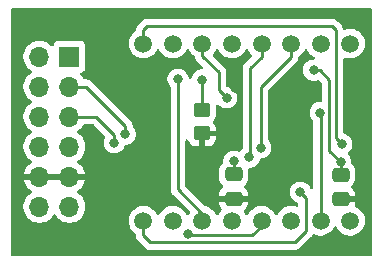
<source format=gbr>
%TF.GenerationSoftware,KiCad,Pcbnew,9.0.2*%
%TF.CreationDate,2025-07-21T05:45:18-04:00*%
%TF.ProjectId,lb-80,6c622d38-302e-46b6-9963-61645f706362,rev?*%
%TF.SameCoordinates,Original*%
%TF.FileFunction,Copper,L2,Bot*%
%TF.FilePolarity,Positive*%
%FSLAX46Y46*%
G04 Gerber Fmt 4.6, Leading zero omitted, Abs format (unit mm)*
G04 Created by KiCad (PCBNEW 9.0.2) date 2025-07-21 05:45:18*
%MOMM*%
%LPD*%
G01*
G04 APERTURE LIST*
G04 Aperture macros list*
%AMRoundRect*
0 Rectangle with rounded corners*
0 $1 Rounding radius*
0 $2 $3 $4 $5 $6 $7 $8 $9 X,Y pos of 4 corners*
0 Add a 4 corners polygon primitive as box body*
4,1,4,$2,$3,$4,$5,$6,$7,$8,$9,$2,$3,0*
0 Add four circle primitives for the rounded corners*
1,1,$1+$1,$2,$3*
1,1,$1+$1,$4,$5*
1,1,$1+$1,$6,$7*
1,1,$1+$1,$8,$9*
0 Add four rect primitives between the rounded corners*
20,1,$1+$1,$2,$3,$4,$5,0*
20,1,$1+$1,$4,$5,$6,$7,0*
20,1,$1+$1,$6,$7,$8,$9,0*
20,1,$1+$1,$8,$9,$2,$3,0*%
G04 Aperture macros list end*
%TA.AperFunction,ComponentPad*%
%ADD10C,1.500000*%
%TD*%
%TA.AperFunction,ComponentPad*%
%ADD11R,1.700000X1.700000*%
%TD*%
%TA.AperFunction,ComponentPad*%
%ADD12O,1.700000X1.700000*%
%TD*%
%TA.AperFunction,SMDPad,CuDef*%
%ADD13RoundRect,0.250000X-0.475000X0.337500X-0.475000X-0.337500X0.475000X-0.337500X0.475000X0.337500X0*%
%TD*%
%TA.AperFunction,SMDPad,CuDef*%
%ADD14RoundRect,0.250000X-0.450000X0.350000X-0.450000X-0.350000X0.450000X-0.350000X0.450000X0.350000X0*%
%TD*%
%TA.AperFunction,ViaPad*%
%ADD15C,0.800000*%
%TD*%
%TA.AperFunction,Conductor*%
%ADD16C,0.250000*%
%TD*%
G04 APERTURE END LIST*
D10*
%TO.P,LED1,1,R5*%
%TO.N,R5*%
X146704400Y-103916800D03*
%TO.P,LED1,2,R7*%
%TO.N,R7*%
X144204400Y-103916800D03*
%TO.P,LED1,3,C2*%
%TO.N,C2*%
X141704400Y-103916800D03*
%TO.P,LED1,4,C3*%
%TO.N,C3*%
X139204400Y-103916800D03*
%TO.P,LED1,5,R8*%
%TO.N,R8*%
X136704400Y-103916800D03*
%TO.P,LED1,6,C5*%
%TO.N,C5*%
X134204400Y-103916800D03*
%TO.P,LED1,7,R6*%
%TO.N,R6*%
X131704400Y-103916800D03*
%TO.P,LED1,8,R3*%
%TO.N,R3*%
X129204400Y-103916800D03*
%TO.P,LED1,9,R1*%
%TO.N,R1*%
X129204400Y-118916800D03*
%TO.P,LED1,10,C4*%
%TO.N,C4*%
X131704400Y-118916800D03*
%TO.P,LED1,11,C6*%
%TO.N,C6*%
X134204400Y-118916800D03*
%TO.P,LED1,12,R4*%
%TO.N,R4*%
X136704400Y-118916800D03*
%TO.P,LED1,13,C1*%
%TO.N,C1*%
X139204400Y-118916800D03*
%TO.P,LED1,14,R2*%
%TO.N,R2*%
X141704400Y-118916800D03*
%TO.P,LED1,15,C7*%
%TO.N,C7*%
X144204400Y-118916800D03*
%TO.P,LED1,16,C8*%
%TO.N,C8*%
X146704400Y-118916800D03*
%TD*%
D11*
%TO.P,J1,1,Pin_1*%
%TO.N,PMOD_IO1_A8*%
X122936000Y-105029000D03*
D12*
%TO.P,J1,2,Pin_2*%
%TO.N,PMOD_IO5_A9*%
X120396000Y-105029000D03*
%TO.P,J1,3,Pin_3*%
%TO.N,PMOD_IO2_A10*%
X122936000Y-107569000D03*
%TO.P,J1,4,Pin_4*%
%TO.N,PMOD_IO6_A13*%
X120396000Y-107569000D03*
%TO.P,J1,5,Pin_5*%
%TO.N,PMOD_IO3_A11*%
X122936000Y-110109000D03*
%TO.P,J1,6,Pin_6*%
%TO.N,PMOD_IO7_A14*%
X120396000Y-110109000D03*
%TO.P,J1,7,Pin_7*%
%TO.N,PMOD_IO4_A12*%
X122936000Y-112649000D03*
%TO.P,J1,8,Pin_8*%
%TO.N,PMOD_IO8_A15*%
X120396000Y-112649000D03*
%TO.P,J1,9,Pin_9*%
%TO.N,GND*%
X122936000Y-115189000D03*
%TO.P,J1,10,Pin_10*%
X120396000Y-115189000D03*
%TO.P,J1,11,Pin_11*%
%TO.N,+3V3*%
X122936000Y-117729000D03*
%TO.P,J1,12,Pin_12*%
X120396000Y-117729000D03*
%TD*%
D13*
%TO.P,C1,1*%
%TO.N,+3V3*%
X136855200Y-114968200D03*
%TO.P,C1,2*%
%TO.N,GND*%
X136855200Y-117043200D03*
%TD*%
%TO.P,C2,1*%
%TO.N,+3V3*%
X145897600Y-115011200D03*
%TO.P,C2,2*%
%TO.N,GND*%
X145897600Y-117086200D03*
%TD*%
D14*
%TO.P,R1,1*%
%TO.N,Net-(U1-A)*%
X134162800Y-109524800D03*
%TO.P,R1,2*%
%TO.N,GND*%
X134162800Y-111524800D03*
%TD*%
D15*
%TO.N,PMOD_IO2_A10*%
X127660400Y-111580000D03*
%TO.N,PMOD_IO3_A11*%
X126746000Y-112305000D03*
%TO.N,GND*%
X133146800Y-106250000D03*
X136956800Y-107645200D03*
%TO.N,C2*%
X139141200Y-112731800D03*
%TO.N,C3*%
X138176000Y-113538000D03*
%TO.N,C5*%
X136250000Y-108500000D03*
%TO.N,R3*%
X145979400Y-112420400D03*
%TO.N,R1*%
X142500000Y-116500000D03*
%TO.N,C6*%
X132130800Y-106934000D03*
%TO.N,C1*%
X133000000Y-120026600D03*
%TO.N,C7*%
X144177091Y-109758315D03*
%TO.N,+3V3*%
X145897600Y-113944400D03*
X136855200Y-113893600D03*
X143608200Y-106169336D03*
%TO.N,Net-(U1-A)*%
X134162800Y-106984800D03*
%TD*%
D16*
%TO.N,PMOD_IO2_A10*%
X127660400Y-111580000D02*
X127660400Y-110896400D01*
X124333000Y-107569000D02*
X122936000Y-107569000D01*
X127660400Y-110896400D02*
X124333000Y-107569000D01*
%TO.N,PMOD_IO3_A11*%
X125222000Y-110109000D02*
X122936000Y-110109000D01*
X126746000Y-111633000D02*
X125222000Y-110109000D01*
X126746000Y-112305000D02*
X126746000Y-111633000D01*
%TO.N,C2*%
X139141200Y-107608800D02*
X141658000Y-105092000D01*
X141658000Y-105092000D02*
X141658000Y-103963200D01*
X139141200Y-112731800D02*
X139141200Y-107608800D01*
X141658000Y-103963200D02*
X141704400Y-103916800D01*
%TO.N,C3*%
X138226800Y-106023200D02*
X139204400Y-105045600D01*
X139204400Y-105045600D02*
X139204400Y-103916800D01*
X138176000Y-113538000D02*
X138226800Y-113487200D01*
X138226800Y-113487200D02*
X138226800Y-106023200D01*
%TO.N,C5*%
X134204400Y-104954400D02*
X134204400Y-103916800D01*
X135604799Y-107854799D02*
X135604799Y-106354799D01*
X135604799Y-106354799D02*
X134204400Y-104954400D01*
X136250000Y-108500000D02*
X135604799Y-107854799D01*
%TO.N,R3*%
X145500000Y-102777200D02*
X145186400Y-102463600D01*
X145186400Y-102463600D02*
X129489200Y-102463600D01*
X145979400Y-112420400D02*
X145500000Y-111941000D01*
X129489200Y-102463600D02*
X129204400Y-102748400D01*
X129204400Y-102748400D02*
X129204400Y-103916800D01*
X145500000Y-111941000D02*
X145500000Y-102777200D01*
%TO.N,R1*%
X129794000Y-120751600D02*
X129204400Y-120162000D01*
X129204400Y-120162000D02*
X129204400Y-118916800D01*
X142500000Y-116500000D02*
X142960281Y-116960281D01*
X142960281Y-116960281D02*
X142960281Y-119789719D01*
X141998400Y-120751600D02*
X129794000Y-120751600D01*
X142960281Y-119789719D02*
X141998400Y-120751600D01*
%TO.N,C6*%
X134204400Y-118329400D02*
X134204400Y-118916800D01*
X132130800Y-106934000D02*
X132130800Y-116255800D01*
X132130800Y-116255800D02*
X134204400Y-118329400D01*
%TO.N,C1*%
X133115400Y-120142000D02*
X138430000Y-120142000D01*
X138430000Y-120142000D02*
X139204400Y-119367600D01*
X139204400Y-119367600D02*
X139204400Y-118916800D01*
X133000000Y-120026600D02*
X133115400Y-120142000D01*
%TO.N,C7*%
X144204400Y-109785624D02*
X144177091Y-109758315D01*
X144204400Y-118916800D02*
X144204400Y-109785624D01*
%TO.N,+3V3*%
X145897600Y-115011200D02*
X145897600Y-113944400D01*
X136855200Y-114968200D02*
X136855200Y-113893600D01*
X144932400Y-112979200D02*
X145897600Y-113944400D01*
X144142336Y-106169336D02*
X144932400Y-106959400D01*
X144932400Y-106959400D02*
X144932400Y-112979200D01*
X143608200Y-106169336D02*
X144142336Y-106169336D01*
%TO.N,Net-(U1-A)*%
X134162800Y-109524800D02*
X134162800Y-106984800D01*
%TD*%
%TA.AperFunction,Conductor*%
%TO.N,GND*%
G36*
X142971627Y-104371309D02*
G01*
X142984208Y-104370770D01*
X143004072Y-104382365D01*
X143025845Y-104389785D01*
X143035120Y-104400489D01*
X143044549Y-104405993D01*
X143064884Y-104434838D01*
X143134876Y-104572205D01*
X143250572Y-104731446D01*
X143389754Y-104870628D01*
X143548995Y-104986324D01*
X143607250Y-105016006D01*
X143643254Y-105034351D01*
X143694050Y-105082325D01*
X143710845Y-105150146D01*
X143688308Y-105216281D01*
X143633593Y-105259733D01*
X143586959Y-105268836D01*
X143519506Y-105268836D01*
X143345541Y-105303439D01*
X143345532Y-105303442D01*
X143181659Y-105371319D01*
X143181646Y-105371326D01*
X143034165Y-105469871D01*
X143034161Y-105469874D01*
X142908738Y-105595297D01*
X142908735Y-105595301D01*
X142810190Y-105742782D01*
X142810183Y-105742795D01*
X142742306Y-105906668D01*
X142742303Y-105906677D01*
X142707700Y-106080640D01*
X142707700Y-106258031D01*
X142742303Y-106431994D01*
X142742306Y-106432003D01*
X142810183Y-106595876D01*
X142810190Y-106595889D01*
X142908735Y-106743370D01*
X142908738Y-106743374D01*
X143034161Y-106868797D01*
X143034165Y-106868800D01*
X143181646Y-106967345D01*
X143181659Y-106967352D01*
X143297454Y-107015315D01*
X143345534Y-107035230D01*
X143345536Y-107035230D01*
X143345541Y-107035232D01*
X143519504Y-107069835D01*
X143519507Y-107069836D01*
X143519509Y-107069836D01*
X143696893Y-107069836D01*
X143696894Y-107069835D01*
X143793672Y-107050585D01*
X143870858Y-107035232D01*
X143870861Y-107035230D01*
X143870866Y-107035230D01*
X143973058Y-106992900D01*
X143992933Y-106990764D01*
X144011664Y-106983778D01*
X144026960Y-106987105D01*
X144042527Y-106985432D01*
X144060404Y-106994380D01*
X144079937Y-106998630D01*
X144102225Y-107015315D01*
X144105006Y-107016707D01*
X144108191Y-107019781D01*
X144270581Y-107182171D01*
X144304066Y-107243494D01*
X144306900Y-107269852D01*
X144306900Y-108733815D01*
X144287215Y-108800854D01*
X144234411Y-108846609D01*
X144182900Y-108857815D01*
X144088397Y-108857815D01*
X143914432Y-108892418D01*
X143914423Y-108892421D01*
X143750550Y-108960298D01*
X143750537Y-108960305D01*
X143603056Y-109058850D01*
X143603052Y-109058853D01*
X143477629Y-109184276D01*
X143477626Y-109184280D01*
X143379081Y-109331761D01*
X143379074Y-109331774D01*
X143311197Y-109495647D01*
X143311194Y-109495656D01*
X143276591Y-109669619D01*
X143276591Y-109847010D01*
X143311194Y-110020973D01*
X143311197Y-110020982D01*
X143379074Y-110184855D01*
X143379081Y-110184868D01*
X143477625Y-110332348D01*
X143477626Y-110332349D01*
X143477627Y-110332350D01*
X143542582Y-110397305D01*
X143576066Y-110458626D01*
X143578900Y-110484985D01*
X143578900Y-116128185D01*
X143559215Y-116195224D01*
X143506411Y-116240979D01*
X143437253Y-116250923D01*
X143373697Y-116221898D01*
X143340339Y-116175637D01*
X143298016Y-116073459D01*
X143298009Y-116073446D01*
X143199464Y-115925965D01*
X143199461Y-115925961D01*
X143074038Y-115800538D01*
X143074034Y-115800535D01*
X142926553Y-115701990D01*
X142926540Y-115701983D01*
X142762667Y-115634106D01*
X142762658Y-115634103D01*
X142588694Y-115599500D01*
X142588691Y-115599500D01*
X142411309Y-115599500D01*
X142411306Y-115599500D01*
X142237341Y-115634103D01*
X142237332Y-115634106D01*
X142073459Y-115701983D01*
X142073446Y-115701990D01*
X141925965Y-115800535D01*
X141925961Y-115800538D01*
X141800538Y-115925961D01*
X141800535Y-115925965D01*
X141701990Y-116073446D01*
X141701983Y-116073459D01*
X141634106Y-116237332D01*
X141634103Y-116237341D01*
X141599500Y-116411304D01*
X141599500Y-116588695D01*
X141634103Y-116762658D01*
X141634106Y-116762667D01*
X141701983Y-116926540D01*
X141701990Y-116926553D01*
X141800535Y-117074034D01*
X141800538Y-117074038D01*
X141925961Y-117199461D01*
X141925965Y-117199464D01*
X142073446Y-117298009D01*
X142073459Y-117298016D01*
X142171781Y-117338741D01*
X142237334Y-117365894D01*
X142237341Y-117365895D01*
X142243167Y-117367663D01*
X142242629Y-117369433D01*
X142263091Y-117380133D01*
X142291984Y-117393328D01*
X142293836Y-117396210D01*
X142296872Y-117397798D01*
X142312589Y-117425390D01*
X142329758Y-117452106D01*
X142330416Y-117456688D01*
X142331454Y-117458509D01*
X142334781Y-117487041D01*
X142334781Y-117636098D01*
X142315096Y-117703137D01*
X142262292Y-117748892D01*
X142193134Y-117758836D01*
X142172462Y-117754029D01*
X141997226Y-117697090D01*
X141802822Y-117666300D01*
X141802817Y-117666300D01*
X141605983Y-117666300D01*
X141605978Y-117666300D01*
X141411573Y-117697090D01*
X141224370Y-117757917D01*
X141048994Y-117847276D01*
X140958141Y-117913285D01*
X140889754Y-117962972D01*
X140889752Y-117962974D01*
X140889751Y-117962974D01*
X140750574Y-118102151D01*
X140750574Y-118102152D01*
X140750572Y-118102154D01*
X140741133Y-118115146D01*
X140634876Y-118261394D01*
X140564885Y-118398760D01*
X140516910Y-118449556D01*
X140449089Y-118466351D01*
X140382954Y-118443814D01*
X140343915Y-118398760D01*
X140273923Y-118261394D01*
X140158228Y-118102154D01*
X140019046Y-117962972D01*
X139859805Y-117847276D01*
X139829899Y-117832038D01*
X139684429Y-117757917D01*
X139497226Y-117697090D01*
X139302822Y-117666300D01*
X139302817Y-117666300D01*
X139105983Y-117666300D01*
X139105978Y-117666300D01*
X138911573Y-117697090D01*
X138724370Y-117757917D01*
X138548994Y-117847276D01*
X138458141Y-117913285D01*
X138389754Y-117962972D01*
X138389752Y-117962974D01*
X138389751Y-117962974D01*
X138250574Y-118102151D01*
X138250574Y-118102152D01*
X138250572Y-118102154D01*
X138241133Y-118115146D01*
X138134876Y-118261394D01*
X138064885Y-118398760D01*
X138016910Y-118449556D01*
X137949089Y-118466351D01*
X137882954Y-118443814D01*
X137843915Y-118398760D01*
X137773923Y-118261394D01*
X137715477Y-118180950D01*
X137691998Y-118115146D01*
X137707823Y-118047092D01*
X137750700Y-118002527D01*
X137798543Y-117973017D01*
X137922515Y-117849045D01*
X138014556Y-117699824D01*
X138014558Y-117699819D01*
X138069705Y-117533397D01*
X138069706Y-117533390D01*
X138080199Y-117430686D01*
X138080200Y-117430673D01*
X138080200Y-117293200D01*
X135630201Y-117293200D01*
X135630201Y-117430686D01*
X135640694Y-117533397D01*
X135695841Y-117699819D01*
X135695843Y-117699824D01*
X135787884Y-117849045D01*
X135808101Y-117869262D01*
X135841586Y-117930585D01*
X135836602Y-118000277D01*
X135808102Y-118044624D01*
X135750571Y-118102155D01*
X135634876Y-118261394D01*
X135564885Y-118398760D01*
X135516910Y-118449556D01*
X135449089Y-118466351D01*
X135382954Y-118443814D01*
X135343915Y-118398760D01*
X135273923Y-118261394D01*
X135158228Y-118102154D01*
X135019046Y-117962972D01*
X134859805Y-117847276D01*
X134684425Y-117757916D01*
X134497226Y-117697091D01*
X134497224Y-117697090D01*
X134497222Y-117697090D01*
X134488834Y-117695761D01*
X134425702Y-117665827D01*
X134420560Y-117660970D01*
X132792619Y-116033029D01*
X132759134Y-115971706D01*
X132756300Y-115945348D01*
X132756300Y-112141075D01*
X132775985Y-112074036D01*
X132828789Y-112028281D01*
X132897947Y-112018337D01*
X132961503Y-112047362D01*
X132998006Y-112102071D01*
X133028441Y-112193919D01*
X133028443Y-112193924D01*
X133120484Y-112343145D01*
X133244454Y-112467115D01*
X133393675Y-112559156D01*
X133393680Y-112559158D01*
X133560102Y-112614305D01*
X133560109Y-112614306D01*
X133662819Y-112624799D01*
X133912799Y-112624799D01*
X134412800Y-112624799D01*
X134662772Y-112624799D01*
X134662786Y-112624798D01*
X134765497Y-112614305D01*
X134931919Y-112559158D01*
X134931924Y-112559156D01*
X135081145Y-112467115D01*
X135205115Y-112343145D01*
X135297156Y-112193924D01*
X135297158Y-112193919D01*
X135352305Y-112027497D01*
X135352306Y-112027490D01*
X135362799Y-111924786D01*
X135362800Y-111924773D01*
X135362800Y-111774800D01*
X134412800Y-111774800D01*
X134412800Y-112624799D01*
X133912799Y-112624799D01*
X133912800Y-112624798D01*
X133912800Y-111648800D01*
X133932485Y-111581761D01*
X133985289Y-111536006D01*
X134036800Y-111524800D01*
X134162800Y-111524800D01*
X134162800Y-111398800D01*
X134182485Y-111331761D01*
X134235289Y-111286006D01*
X134286800Y-111274800D01*
X135362799Y-111274800D01*
X135362799Y-111124828D01*
X135362798Y-111124813D01*
X135352305Y-111022102D01*
X135297158Y-110855680D01*
X135297156Y-110855675D01*
X135205115Y-110706454D01*
X135111495Y-110612834D01*
X135078010Y-110551511D01*
X135082994Y-110481819D01*
X135111491Y-110437476D01*
X135205512Y-110343456D01*
X135297614Y-110194134D01*
X135352799Y-110027597D01*
X135363300Y-109924809D01*
X135363299Y-109186160D01*
X135382983Y-109119122D01*
X135435787Y-109073367D01*
X135504946Y-109063423D01*
X135568502Y-109092448D01*
X135574980Y-109098480D01*
X135675961Y-109199461D01*
X135675965Y-109199464D01*
X135823446Y-109298009D01*
X135823459Y-109298016D01*
X135946363Y-109348923D01*
X135987334Y-109365894D01*
X135987336Y-109365894D01*
X135987341Y-109365896D01*
X136161304Y-109400499D01*
X136161307Y-109400500D01*
X136161309Y-109400500D01*
X136338693Y-109400500D01*
X136338694Y-109400499D01*
X136396682Y-109388964D01*
X136512658Y-109365896D01*
X136512661Y-109365894D01*
X136512666Y-109365894D01*
X136676547Y-109298013D01*
X136824035Y-109199464D01*
X136949464Y-109074035D01*
X137048013Y-108926547D01*
X137115894Y-108762666D01*
X137122688Y-108728514D01*
X137150499Y-108588695D01*
X137150500Y-108588693D01*
X137150500Y-108411306D01*
X137150499Y-108411304D01*
X137115896Y-108237341D01*
X137115893Y-108237332D01*
X137048016Y-108073459D01*
X137048009Y-108073446D01*
X136949464Y-107925965D01*
X136949461Y-107925961D01*
X136824038Y-107800538D01*
X136824034Y-107800535D01*
X136676553Y-107701990D01*
X136676540Y-107701983D01*
X136512667Y-107634106D01*
X136512658Y-107634103D01*
X136332717Y-107598311D01*
X136333136Y-107596202D01*
X136277356Y-107573678D01*
X136236998Y-107516643D01*
X136230299Y-107476437D01*
X136230299Y-106293192D01*
X136230298Y-106293188D01*
X136219032Y-106236547D01*
X136206262Y-106172347D01*
X136159110Y-106058513D01*
X136159109Y-106058512D01*
X136159106Y-106058506D01*
X136090657Y-105956066D01*
X136090654Y-105956062D01*
X136000436Y-105865844D01*
X136000405Y-105865815D01*
X135099813Y-104965223D01*
X135066328Y-104903900D01*
X135071312Y-104834208D01*
X135099813Y-104789861D01*
X135158228Y-104731446D01*
X135273924Y-104572205D01*
X135343915Y-104434838D01*
X135391889Y-104384043D01*
X135459710Y-104367248D01*
X135525845Y-104389785D01*
X135564884Y-104434838D01*
X135634876Y-104572205D01*
X135750572Y-104731446D01*
X135889754Y-104870628D01*
X136048995Y-104986324D01*
X136107250Y-105016006D01*
X136224370Y-105075682D01*
X136224372Y-105075682D01*
X136224375Y-105075684D01*
X136273024Y-105091491D01*
X136411573Y-105136509D01*
X136605978Y-105167300D01*
X136605983Y-105167300D01*
X136802822Y-105167300D01*
X136997226Y-105136509D01*
X137000990Y-105135286D01*
X137184425Y-105075684D01*
X137359805Y-104986324D01*
X137519046Y-104870628D01*
X137658228Y-104731446D01*
X137773924Y-104572205D01*
X137843915Y-104434838D01*
X137891889Y-104384043D01*
X137959710Y-104367248D01*
X138025845Y-104389785D01*
X138064884Y-104434838D01*
X138134876Y-104572205D01*
X138250572Y-104731446D01*
X138250574Y-104731448D01*
X138354586Y-104835460D01*
X138388071Y-104896783D01*
X138383087Y-104966475D01*
X138354586Y-105010822D01*
X138090965Y-105274444D01*
X137828070Y-105537339D01*
X137828067Y-105537342D01*
X137801261Y-105564148D01*
X137740941Y-105624467D01*
X137725842Y-105647063D01*
X137725843Y-105647064D01*
X137672489Y-105726912D01*
X137672485Y-105726919D01*
X137625340Y-105840738D01*
X137625335Y-105840754D01*
X137602401Y-105956057D01*
X137602400Y-105956062D01*
X137601301Y-105961583D01*
X137601300Y-105961598D01*
X137601300Y-112787838D01*
X137594126Y-112812267D01*
X137590909Y-112837527D01*
X137583538Y-112848327D01*
X137581615Y-112854877D01*
X137572308Y-112867522D01*
X137568818Y-112871682D01*
X137476536Y-112963965D01*
X137418212Y-113051251D01*
X137413871Y-113056428D01*
X137390186Y-113072192D01*
X137368353Y-113090440D01*
X137361475Y-113091303D01*
X137355708Y-113095143D01*
X137327260Y-113095601D01*
X137299028Y-113099147D01*
X137288725Y-113096221D01*
X137285848Y-113096268D01*
X137283279Y-113094675D01*
X137271411Y-113091305D01*
X137117867Y-113027706D01*
X137117858Y-113027703D01*
X136943894Y-112993100D01*
X136943891Y-112993100D01*
X136766509Y-112993100D01*
X136766506Y-112993100D01*
X136592541Y-113027703D01*
X136592532Y-113027706D01*
X136428659Y-113095583D01*
X136428646Y-113095590D01*
X136281165Y-113194135D01*
X136281161Y-113194138D01*
X136155738Y-113319561D01*
X136155735Y-113319565D01*
X136057190Y-113467046D01*
X136057183Y-113467059D01*
X135989306Y-113630932D01*
X135989303Y-113630941D01*
X135954700Y-113804904D01*
X135954700Y-113943831D01*
X135935015Y-114010870D01*
X135915817Y-114032047D01*
X135916651Y-114032881D01*
X135787487Y-114162045D01*
X135695387Y-114311363D01*
X135695385Y-114311368D01*
X135667549Y-114395370D01*
X135640201Y-114477903D01*
X135640201Y-114477904D01*
X135640200Y-114477904D01*
X135629700Y-114580683D01*
X135629700Y-115355701D01*
X135629701Y-115355719D01*
X135640200Y-115458496D01*
X135640201Y-115458499D01*
X135695385Y-115625031D01*
X135695387Y-115625036D01*
X135713823Y-115654925D01*
X135787488Y-115774356D01*
X135911544Y-115898412D01*
X135914828Y-115900437D01*
X135914853Y-115900453D01*
X135916645Y-115902446D01*
X135917211Y-115902893D01*
X135917134Y-115902989D01*
X135961579Y-115952399D01*
X135972803Y-116021361D01*
X135944961Y-116085444D01*
X135914865Y-116111526D01*
X135911860Y-116113379D01*
X135911855Y-116113383D01*
X135787884Y-116237354D01*
X135695843Y-116386575D01*
X135695841Y-116386580D01*
X135640694Y-116553002D01*
X135640693Y-116553009D01*
X135630200Y-116655713D01*
X135630200Y-116793200D01*
X138080199Y-116793200D01*
X138080199Y-116655728D01*
X138080198Y-116655713D01*
X138069705Y-116553002D01*
X138014558Y-116386580D01*
X138014556Y-116386575D01*
X137922515Y-116237354D01*
X137798544Y-116113383D01*
X137798541Y-116113381D01*
X137795539Y-116111529D01*
X137793913Y-116109721D01*
X137792877Y-116108902D01*
X137793017Y-116108724D01*
X137748817Y-116059580D01*
X137737597Y-115990617D01*
X137765443Y-115926536D01*
X137795544Y-115900454D01*
X137798856Y-115898412D01*
X137922912Y-115774356D01*
X138015014Y-115625034D01*
X138070199Y-115458497D01*
X138080700Y-115355709D01*
X138080699Y-114580692D01*
X138080128Y-114575102D01*
X138092897Y-114506410D01*
X138140777Y-114455525D01*
X138203486Y-114438500D01*
X138264693Y-114438500D01*
X138264694Y-114438499D01*
X138322682Y-114426964D01*
X138438658Y-114403896D01*
X138438661Y-114403894D01*
X138438666Y-114403894D01*
X138602547Y-114336013D01*
X138750035Y-114237464D01*
X138875464Y-114112035D01*
X138974013Y-113964547D01*
X139041894Y-113800666D01*
X139055531Y-113732109D01*
X139087915Y-113670198D01*
X139148631Y-113635624D01*
X139177148Y-113632300D01*
X139229893Y-113632300D01*
X139229894Y-113632299D01*
X139287882Y-113620764D01*
X139403858Y-113597696D01*
X139403861Y-113597694D01*
X139403866Y-113597694D01*
X139567747Y-113529813D01*
X139715235Y-113431264D01*
X139840664Y-113305835D01*
X139939213Y-113158347D01*
X140007094Y-112994466D01*
X140007101Y-112994435D01*
X140036436Y-112846953D01*
X140041700Y-112820491D01*
X140041700Y-112643109D01*
X140041700Y-112643106D01*
X140041699Y-112643104D01*
X140007096Y-112469141D01*
X140007093Y-112469132D01*
X139939216Y-112305259D01*
X139939209Y-112305246D01*
X139840664Y-112157765D01*
X139840661Y-112157761D01*
X139803019Y-112120119D01*
X139769534Y-112058796D01*
X139766700Y-112032438D01*
X139766700Y-107919252D01*
X139786385Y-107852213D01*
X139803019Y-107831571D01*
X140963250Y-106671341D01*
X142143858Y-105490733D01*
X142212312Y-105388285D01*
X142259463Y-105274451D01*
X142278015Y-105181186D01*
X142283501Y-105153608D01*
X142283501Y-105101190D01*
X142303186Y-105034151D01*
X142351207Y-104990704D01*
X142359805Y-104986324D01*
X142519046Y-104870628D01*
X142658228Y-104731446D01*
X142773924Y-104572205D01*
X142843915Y-104434838D01*
X142852561Y-104425684D01*
X142857296Y-104414019D01*
X142876093Y-104400767D01*
X142891889Y-104384043D01*
X142904111Y-104381016D01*
X142914402Y-104373762D01*
X142937382Y-104372776D01*
X142959710Y-104367248D01*
X142971627Y-104371309D01*
G37*
%TD.AperFunction*%
%TA.AperFunction,Conductor*%
G36*
X122470075Y-114996007D02*
G01*
X122436000Y-115123174D01*
X122436000Y-115254826D01*
X122470075Y-115381993D01*
X122502988Y-115439000D01*
X120829012Y-115439000D01*
X120861925Y-115381993D01*
X120896000Y-115254826D01*
X120896000Y-115123174D01*
X120861925Y-114996007D01*
X120829012Y-114939000D01*
X122502988Y-114939000D01*
X122470075Y-114996007D01*
G37*
%TD.AperFunction*%
%TA.AperFunction,Conductor*%
G36*
X148481739Y-100908985D02*
G01*
X148527494Y-100961789D01*
X148538700Y-101013300D01*
X148538700Y-121795500D01*
X148519015Y-121862539D01*
X148466211Y-121908294D01*
X148414700Y-121919500D01*
X118082401Y-121919500D01*
X118015362Y-121899815D01*
X117969607Y-121847011D01*
X117958401Y-121795200D01*
X117959503Y-121339252D01*
X117999155Y-104922713D01*
X119045500Y-104922713D01*
X119045500Y-105135287D01*
X119048402Y-105153608D01*
X119078221Y-105341883D01*
X119078754Y-105345243D01*
X119141557Y-105538531D01*
X119144444Y-105547414D01*
X119240951Y-105736820D01*
X119365890Y-105908786D01*
X119516213Y-106059109D01*
X119688182Y-106184050D01*
X119696946Y-106188516D01*
X119747742Y-106236491D01*
X119764536Y-106304312D01*
X119741998Y-106370447D01*
X119696946Y-106409484D01*
X119688182Y-106413949D01*
X119516213Y-106538890D01*
X119365890Y-106689213D01*
X119240951Y-106861179D01*
X119144444Y-107050585D01*
X119078753Y-107252760D01*
X119045500Y-107462713D01*
X119045500Y-107675286D01*
X119076005Y-107867890D01*
X119078754Y-107885243D01*
X119139909Y-108073459D01*
X119144444Y-108087414D01*
X119240951Y-108276820D01*
X119365890Y-108448786D01*
X119516213Y-108599109D01*
X119688182Y-108724050D01*
X119696946Y-108728516D01*
X119747742Y-108776491D01*
X119764536Y-108844312D01*
X119741998Y-108910447D01*
X119696946Y-108949484D01*
X119688182Y-108953949D01*
X119516213Y-109078890D01*
X119365890Y-109229213D01*
X119240951Y-109401179D01*
X119144444Y-109590585D01*
X119078753Y-109792760D01*
X119045500Y-110002713D01*
X119045500Y-110215286D01*
X119076425Y-110410542D01*
X119078754Y-110425243D01*
X119143756Y-110625299D01*
X119144444Y-110627414D01*
X119240951Y-110816820D01*
X119365890Y-110988786D01*
X119516213Y-111139109D01*
X119688182Y-111264050D01*
X119696946Y-111268516D01*
X119747742Y-111316491D01*
X119764536Y-111384312D01*
X119741998Y-111450447D01*
X119696946Y-111489484D01*
X119688182Y-111493949D01*
X119516213Y-111618890D01*
X119365890Y-111769213D01*
X119240951Y-111941179D01*
X119144444Y-112130585D01*
X119078753Y-112332760D01*
X119045500Y-112542713D01*
X119045500Y-112755286D01*
X119078551Y-112963965D01*
X119078754Y-112965243D01*
X119141495Y-113158340D01*
X119144444Y-113167414D01*
X119240951Y-113356820D01*
X119365890Y-113528786D01*
X119516213Y-113679109D01*
X119688179Y-113804048D01*
X119688181Y-113804049D01*
X119688184Y-113804051D01*
X119697493Y-113808794D01*
X119748290Y-113856766D01*
X119765087Y-113924587D01*
X119742552Y-113990722D01*
X119697502Y-114029762D01*
X119688443Y-114034378D01*
X119516540Y-114159272D01*
X119516535Y-114159276D01*
X119366276Y-114309535D01*
X119366272Y-114309540D01*
X119241379Y-114481442D01*
X119144904Y-114670782D01*
X119079242Y-114872870D01*
X119079242Y-114872873D01*
X119068769Y-114939000D01*
X119962988Y-114939000D01*
X119930075Y-114996007D01*
X119896000Y-115123174D01*
X119896000Y-115254826D01*
X119930075Y-115381993D01*
X119962988Y-115439000D01*
X119068769Y-115439000D01*
X119079242Y-115505126D01*
X119079242Y-115505129D01*
X119144904Y-115707217D01*
X119241379Y-115896557D01*
X119366272Y-116068459D01*
X119366276Y-116068464D01*
X119516535Y-116218723D01*
X119516540Y-116218727D01*
X119688444Y-116343622D01*
X119697495Y-116348234D01*
X119748292Y-116396208D01*
X119765087Y-116464029D01*
X119742550Y-116530164D01*
X119697499Y-116569202D01*
X119688182Y-116573949D01*
X119516213Y-116698890D01*
X119365890Y-116849213D01*
X119240951Y-117021179D01*
X119144444Y-117210585D01*
X119078753Y-117412760D01*
X119045500Y-117622713D01*
X119045500Y-117835286D01*
X119078753Y-118045239D01*
X119144444Y-118247414D01*
X119240951Y-118436820D01*
X119365890Y-118608786D01*
X119516213Y-118759109D01*
X119688179Y-118884048D01*
X119688181Y-118884049D01*
X119688184Y-118884051D01*
X119877588Y-118980557D01*
X120079757Y-119046246D01*
X120289713Y-119079500D01*
X120289714Y-119079500D01*
X120502286Y-119079500D01*
X120502287Y-119079500D01*
X120712243Y-119046246D01*
X120914412Y-118980557D01*
X121103816Y-118884051D01*
X121194201Y-118818383D01*
X121275786Y-118759109D01*
X121275788Y-118759106D01*
X121275792Y-118759104D01*
X121426104Y-118608792D01*
X121426106Y-118608788D01*
X121426109Y-118608786D01*
X121551048Y-118436820D01*
X121551047Y-118436820D01*
X121551051Y-118436816D01*
X121555514Y-118428054D01*
X121603488Y-118377259D01*
X121671308Y-118360463D01*
X121737444Y-118382999D01*
X121776486Y-118428056D01*
X121780951Y-118436820D01*
X121905890Y-118608786D01*
X122056213Y-118759109D01*
X122228179Y-118884048D01*
X122228181Y-118884049D01*
X122228184Y-118884051D01*
X122417588Y-118980557D01*
X122619757Y-119046246D01*
X122829713Y-119079500D01*
X122829714Y-119079500D01*
X123042286Y-119079500D01*
X123042287Y-119079500D01*
X123252243Y-119046246D01*
X123454412Y-118980557D01*
X123643816Y-118884051D01*
X123734201Y-118818383D01*
X123815786Y-118759109D01*
X123815788Y-118759106D01*
X123815792Y-118759104D01*
X123966104Y-118608792D01*
X123966106Y-118608788D01*
X123966109Y-118608786D01*
X124091048Y-118436820D01*
X124091047Y-118436820D01*
X124091051Y-118436816D01*
X124187557Y-118247412D01*
X124253246Y-118045243D01*
X124286500Y-117835287D01*
X124286500Y-117622713D01*
X124253246Y-117412757D01*
X124187557Y-117210588D01*
X124091051Y-117021184D01*
X124091049Y-117021181D01*
X124091048Y-117021179D01*
X123966109Y-116849213D01*
X123815786Y-116698890D01*
X123643817Y-116573949D01*
X123634504Y-116569204D01*
X123583707Y-116521230D01*
X123566912Y-116453409D01*
X123589449Y-116387274D01*
X123634507Y-116348232D01*
X123643558Y-116343620D01*
X123815459Y-116218727D01*
X123815464Y-116218723D01*
X123965723Y-116068464D01*
X123965727Y-116068459D01*
X124090620Y-115896557D01*
X124187095Y-115707217D01*
X124252757Y-115505129D01*
X124252757Y-115505126D01*
X124263231Y-115439000D01*
X123369012Y-115439000D01*
X123401925Y-115381993D01*
X123436000Y-115254826D01*
X123436000Y-115123174D01*
X123401925Y-114996007D01*
X123369012Y-114939000D01*
X124263231Y-114939000D01*
X124252757Y-114872873D01*
X124252757Y-114872870D01*
X124187095Y-114670782D01*
X124090620Y-114481442D01*
X123965727Y-114309540D01*
X123965723Y-114309535D01*
X123815464Y-114159276D01*
X123815459Y-114159272D01*
X123643555Y-114034377D01*
X123634500Y-114029763D01*
X123583706Y-113981788D01*
X123566912Y-113913966D01*
X123589451Y-113847832D01*
X123634508Y-113808793D01*
X123643816Y-113804051D01*
X123723007Y-113746515D01*
X123815786Y-113679109D01*
X123815788Y-113679106D01*
X123815792Y-113679104D01*
X123966104Y-113528792D01*
X123966106Y-113528788D01*
X123966109Y-113528786D01*
X124091048Y-113356820D01*
X124091047Y-113356820D01*
X124091051Y-113356816D01*
X124187557Y-113167412D01*
X124253246Y-112965243D01*
X124286500Y-112755287D01*
X124286500Y-112542713D01*
X124253246Y-112332757D01*
X124187557Y-112130588D01*
X124091051Y-111941184D01*
X124091049Y-111941181D01*
X124091048Y-111941179D01*
X123966109Y-111769213D01*
X123815786Y-111618890D01*
X123643820Y-111493951D01*
X123643115Y-111493591D01*
X123635054Y-111489485D01*
X123584259Y-111441512D01*
X123567463Y-111373692D01*
X123589999Y-111307556D01*
X123635054Y-111268515D01*
X123643816Y-111264051D01*
X123665789Y-111248086D01*
X123815786Y-111139109D01*
X123815788Y-111139106D01*
X123815792Y-111139104D01*
X123966104Y-110988792D01*
X123966106Y-110988788D01*
X123966109Y-110988786D01*
X124091049Y-110816819D01*
X124098497Y-110802203D01*
X124146473Y-110751408D01*
X124208981Y-110734500D01*
X124911548Y-110734500D01*
X124978587Y-110754185D01*
X124999229Y-110770819D01*
X125939665Y-111711256D01*
X125973150Y-111772579D01*
X125968166Y-111842271D01*
X125955087Y-111867826D01*
X125947992Y-111878444D01*
X125947983Y-111878460D01*
X125880106Y-112042332D01*
X125880103Y-112042341D01*
X125845500Y-112216304D01*
X125845500Y-112393695D01*
X125880103Y-112567658D01*
X125880106Y-112567667D01*
X125947983Y-112731540D01*
X125947990Y-112731553D01*
X126046535Y-112879034D01*
X126046538Y-112879038D01*
X126171961Y-113004461D01*
X126171965Y-113004464D01*
X126319446Y-113103009D01*
X126319459Y-113103016D01*
X126431423Y-113149392D01*
X126483334Y-113170894D01*
X126483336Y-113170894D01*
X126483341Y-113170896D01*
X126657304Y-113205499D01*
X126657307Y-113205500D01*
X126657309Y-113205500D01*
X126834693Y-113205500D01*
X126834694Y-113205499D01*
X126892682Y-113193964D01*
X127008658Y-113170896D01*
X127008661Y-113170894D01*
X127008666Y-113170894D01*
X127152171Y-113111453D01*
X127172540Y-113103016D01*
X127172540Y-113103015D01*
X127172547Y-113103013D01*
X127320035Y-113004464D01*
X127445464Y-112879035D01*
X127544013Y-112731547D01*
X127588229Y-112624799D01*
X127614225Y-112562039D01*
X127615523Y-112562577D01*
X127649937Y-112510066D01*
X127713749Y-112481610D01*
X127730300Y-112480500D01*
X127749093Y-112480500D01*
X127749094Y-112480499D01*
X127816382Y-112467115D01*
X127923058Y-112445896D01*
X127923061Y-112445894D01*
X127923066Y-112445894D01*
X128086947Y-112378013D01*
X128234435Y-112279464D01*
X128359864Y-112154035D01*
X128458413Y-112006547D01*
X128460818Y-112000742D01*
X128492279Y-111924786D01*
X128526294Y-111842666D01*
X128539794Y-111774800D01*
X128560899Y-111668695D01*
X128560900Y-111668693D01*
X128560900Y-111491306D01*
X128560899Y-111491304D01*
X128526296Y-111317341D01*
X128526293Y-111317332D01*
X128458416Y-111153459D01*
X128458409Y-111153446D01*
X128359864Y-111005965D01*
X128359861Y-111005961D01*
X128322219Y-110968319D01*
X128288734Y-110906996D01*
X128285900Y-110880638D01*
X128285900Y-110834793D01*
X128285899Y-110834789D01*
X128273175Y-110770819D01*
X128261863Y-110713948D01*
X128214711Y-110600114D01*
X128214710Y-110600113D01*
X128214707Y-110600107D01*
X128146258Y-110497667D01*
X128146255Y-110497663D01*
X128056037Y-110407445D01*
X128056006Y-110407416D01*
X124826725Y-107178135D01*
X124818860Y-107170270D01*
X124818858Y-107170267D01*
X124731733Y-107083142D01*
X124660028Y-107035230D01*
X124654049Y-107031235D01*
X124654047Y-107031233D01*
X124629290Y-107014690D01*
X124629286Y-107014688D01*
X124553225Y-106983183D01*
X124553224Y-106983182D01*
X124546262Y-106980299D01*
X124515452Y-106967537D01*
X124455029Y-106955518D01*
X124450479Y-106954613D01*
X124450472Y-106954611D01*
X124394610Y-106943500D01*
X124394607Y-106943500D01*
X124394606Y-106943500D01*
X124208981Y-106943500D01*
X124141942Y-106923815D01*
X124098497Y-106875797D01*
X124091049Y-106861180D01*
X123966109Y-106689213D01*
X123852569Y-106575673D01*
X123819084Y-106514350D01*
X123824068Y-106444658D01*
X123865940Y-106388725D01*
X123896915Y-106371810D01*
X124028331Y-106322796D01*
X124143546Y-106236546D01*
X124229796Y-106121331D01*
X124280091Y-105986483D01*
X124286500Y-105926873D01*
X124286499Y-104131128D01*
X124280091Y-104071517D01*
X124278810Y-104068083D01*
X124229797Y-103936671D01*
X124229796Y-103936669D01*
X124193229Y-103887822D01*
X124193228Y-103887821D01*
X124182845Y-103873951D01*
X124143546Y-103821454D01*
X124143544Y-103821453D01*
X124143544Y-103821452D01*
X124139436Y-103818377D01*
X127953900Y-103818377D01*
X127953900Y-104015222D01*
X127984690Y-104209626D01*
X128045517Y-104396829D01*
X128134876Y-104572205D01*
X128250572Y-104731446D01*
X128389754Y-104870628D01*
X128548995Y-104986324D01*
X128607250Y-105016006D01*
X128724370Y-105075682D01*
X128724372Y-105075682D01*
X128724375Y-105075684D01*
X128773024Y-105091491D01*
X128911573Y-105136509D01*
X129105978Y-105167300D01*
X129105983Y-105167300D01*
X129302822Y-105167300D01*
X129497226Y-105136509D01*
X129500990Y-105135286D01*
X129684425Y-105075684D01*
X129859805Y-104986324D01*
X130019046Y-104870628D01*
X130158228Y-104731446D01*
X130273924Y-104572205D01*
X130343915Y-104434838D01*
X130391889Y-104384043D01*
X130459710Y-104367248D01*
X130525845Y-104389785D01*
X130564884Y-104434838D01*
X130634876Y-104572205D01*
X130750572Y-104731446D01*
X130889754Y-104870628D01*
X131048995Y-104986324D01*
X131107250Y-105016006D01*
X131224370Y-105075682D01*
X131224372Y-105075682D01*
X131224375Y-105075684D01*
X131273024Y-105091491D01*
X131411573Y-105136509D01*
X131605978Y-105167300D01*
X131605983Y-105167300D01*
X131802822Y-105167300D01*
X131997226Y-105136509D01*
X132000990Y-105135286D01*
X132184425Y-105075684D01*
X132359805Y-104986324D01*
X132519046Y-104870628D01*
X132658228Y-104731446D01*
X132773924Y-104572205D01*
X132843915Y-104434838D01*
X132891889Y-104384043D01*
X132959710Y-104367248D01*
X133025845Y-104389785D01*
X133064884Y-104434838D01*
X133134876Y-104572205D01*
X133250572Y-104731446D01*
X133389754Y-104870628D01*
X133537786Y-104978180D01*
X133555093Y-105000625D01*
X133574775Y-105021022D01*
X133578109Y-105030472D01*
X133580451Y-105033510D01*
X133586517Y-105054306D01*
X133590770Y-105075684D01*
X133597040Y-105107207D01*
X133602937Y-105136851D01*
X133650088Y-105250686D01*
X133684315Y-105301909D01*
X133718542Y-105353133D01*
X133805667Y-105440258D01*
X133805670Y-105440260D01*
X133812954Y-105447544D01*
X134238029Y-105872619D01*
X134271514Y-105933942D01*
X134266530Y-106003634D01*
X134224658Y-106059567D01*
X134159194Y-106083984D01*
X134150348Y-106084300D01*
X134074106Y-106084300D01*
X133900141Y-106118903D01*
X133900132Y-106118906D01*
X133736259Y-106186783D01*
X133736246Y-106186790D01*
X133588765Y-106285335D01*
X133588761Y-106285338D01*
X133463338Y-106410761D01*
X133463335Y-106410765D01*
X133364790Y-106558246D01*
X133364783Y-106558259D01*
X133296906Y-106722132D01*
X133296904Y-106722140D01*
X133273469Y-106839954D01*
X133241084Y-106901865D01*
X133180368Y-106936439D01*
X133110598Y-106932698D01*
X133053927Y-106891832D01*
X133030235Y-106839953D01*
X132996696Y-106671341D01*
X132996693Y-106671332D01*
X132928816Y-106507459D01*
X132928809Y-106507446D01*
X132830264Y-106359965D01*
X132830261Y-106359961D01*
X132704838Y-106234538D01*
X132704834Y-106234535D01*
X132557353Y-106135990D01*
X132557340Y-106135983D01*
X132393467Y-106068106D01*
X132393458Y-106068103D01*
X132219494Y-106033500D01*
X132219491Y-106033500D01*
X132042109Y-106033500D01*
X132042106Y-106033500D01*
X131868141Y-106068103D01*
X131868132Y-106068106D01*
X131704259Y-106135983D01*
X131704246Y-106135990D01*
X131556765Y-106234535D01*
X131556761Y-106234538D01*
X131431338Y-106359961D01*
X131431335Y-106359965D01*
X131332790Y-106507446D01*
X131332783Y-106507459D01*
X131264906Y-106671332D01*
X131264903Y-106671341D01*
X131230300Y-106845304D01*
X131230300Y-107022695D01*
X131264903Y-107196658D01*
X131264906Y-107196667D01*
X131332783Y-107360540D01*
X131332790Y-107360553D01*
X131431335Y-107508034D01*
X131431338Y-107508038D01*
X131468980Y-107545679D01*
X131502466Y-107607001D01*
X131505300Y-107633361D01*
X131505300Y-116317410D01*
X131524066Y-116411754D01*
X131529337Y-116438252D01*
X131543147Y-116471592D01*
X131576488Y-116552086D01*
X131610715Y-116603309D01*
X131614602Y-116609126D01*
X131614603Y-116609128D01*
X131644941Y-116654533D01*
X131736386Y-116745978D01*
X131736408Y-116745998D01*
X133110640Y-118120230D01*
X133144125Y-118181553D01*
X133139141Y-118251245D01*
X133133444Y-118264206D01*
X133064885Y-118398760D01*
X133016910Y-118449556D01*
X132949089Y-118466351D01*
X132882954Y-118443814D01*
X132843915Y-118398760D01*
X132773923Y-118261394D01*
X132658228Y-118102154D01*
X132519046Y-117962972D01*
X132359805Y-117847276D01*
X132329899Y-117832038D01*
X132184429Y-117757917D01*
X131997226Y-117697090D01*
X131802822Y-117666300D01*
X131802817Y-117666300D01*
X131605983Y-117666300D01*
X131605978Y-117666300D01*
X131411573Y-117697090D01*
X131224370Y-117757917D01*
X131048994Y-117847276D01*
X130958141Y-117913285D01*
X130889754Y-117962972D01*
X130889752Y-117962974D01*
X130889751Y-117962974D01*
X130750574Y-118102151D01*
X130750574Y-118102152D01*
X130750572Y-118102154D01*
X130741133Y-118115146D01*
X130634876Y-118261394D01*
X130564885Y-118398760D01*
X130516910Y-118449556D01*
X130449089Y-118466351D01*
X130382954Y-118443814D01*
X130343915Y-118398760D01*
X130273923Y-118261394D01*
X130158228Y-118102154D01*
X130019046Y-117962972D01*
X129859805Y-117847276D01*
X129829899Y-117832038D01*
X129684429Y-117757917D01*
X129497226Y-117697090D01*
X129302822Y-117666300D01*
X129302817Y-117666300D01*
X129105983Y-117666300D01*
X129105978Y-117666300D01*
X128911573Y-117697090D01*
X128724370Y-117757917D01*
X128548994Y-117847276D01*
X128458141Y-117913285D01*
X128389754Y-117962972D01*
X128389752Y-117962974D01*
X128389751Y-117962974D01*
X128250574Y-118102151D01*
X128250574Y-118102152D01*
X128250572Y-118102154D01*
X128241133Y-118115146D01*
X128134876Y-118261394D01*
X128045517Y-118436770D01*
X127984690Y-118623973D01*
X127953900Y-118818377D01*
X127953900Y-119015222D01*
X127984690Y-119209626D01*
X128045517Y-119396829D01*
X128106493Y-119516500D01*
X128134876Y-119572205D01*
X128250572Y-119731446D01*
X128389754Y-119870628D01*
X128527787Y-119970915D01*
X128570451Y-120026244D01*
X128578900Y-120071232D01*
X128578900Y-120223606D01*
X128598647Y-120322886D01*
X128602937Y-120344451D01*
X128636278Y-120424945D01*
X128650088Y-120458287D01*
X128660015Y-120473142D01*
X128660016Y-120473144D01*
X128718541Y-120560732D01*
X128718544Y-120560736D01*
X128809986Y-120652178D01*
X128810008Y-120652198D01*
X129305016Y-121147206D01*
X129305045Y-121147237D01*
X129395263Y-121237455D01*
X129395267Y-121237458D01*
X129497707Y-121305907D01*
X129497711Y-121305909D01*
X129497714Y-121305911D01*
X129611548Y-121353063D01*
X129671971Y-121365081D01*
X129732393Y-121377100D01*
X142060007Y-121377100D01*
X142120429Y-121365081D01*
X142180852Y-121353063D01*
X142214192Y-121339252D01*
X142294686Y-121305912D01*
X142345909Y-121271684D01*
X142397133Y-121237458D01*
X142484258Y-121150333D01*
X142484259Y-121150331D01*
X142491325Y-121143265D01*
X142491328Y-121143261D01*
X143359010Y-120275579D01*
X143359014Y-120275577D01*
X143446139Y-120188452D01*
X143480846Y-120136509D01*
X143511803Y-120090180D01*
X143565414Y-120045378D01*
X143634739Y-120036671D01*
X143671198Y-120048589D01*
X143724370Y-120075682D01*
X143724372Y-120075682D01*
X143724375Y-120075684D01*
X143809297Y-120103277D01*
X143911573Y-120136509D01*
X144105978Y-120167300D01*
X144105983Y-120167300D01*
X144302822Y-120167300D01*
X144497226Y-120136509D01*
X144529261Y-120126100D01*
X144684425Y-120075684D01*
X144859805Y-119986324D01*
X145019046Y-119870628D01*
X145158228Y-119731446D01*
X145273924Y-119572205D01*
X145343915Y-119434838D01*
X145391889Y-119384043D01*
X145459710Y-119367248D01*
X145525845Y-119389785D01*
X145564884Y-119434838D01*
X145634876Y-119572205D01*
X145750572Y-119731446D01*
X145889754Y-119870628D01*
X146048995Y-119986324D01*
X146085934Y-120005145D01*
X146224370Y-120075682D01*
X146224372Y-120075682D01*
X146224375Y-120075684D01*
X146309297Y-120103277D01*
X146411573Y-120136509D01*
X146605978Y-120167300D01*
X146605983Y-120167300D01*
X146802822Y-120167300D01*
X146997226Y-120136509D01*
X147029261Y-120126100D01*
X147184425Y-120075684D01*
X147359805Y-119986324D01*
X147519046Y-119870628D01*
X147658228Y-119731446D01*
X147773924Y-119572205D01*
X147863284Y-119396825D01*
X147924109Y-119209626D01*
X147949986Y-119046246D01*
X147954900Y-119015222D01*
X147954900Y-118818377D01*
X147924109Y-118623973D01*
X147872894Y-118466351D01*
X147863284Y-118436775D01*
X147863282Y-118436772D01*
X147863282Y-118436770D01*
X147773923Y-118261394D01*
X147658228Y-118102154D01*
X147519046Y-117962972D01*
X147359805Y-117847276D01*
X147329899Y-117832038D01*
X147184424Y-117757915D01*
X147183435Y-117757594D01*
X147183107Y-117757370D01*
X147179932Y-117756055D01*
X147180208Y-117755387D01*
X147125765Y-117718148D01*
X147098575Y-117653786D01*
X147104064Y-117600661D01*
X147112105Y-117576395D01*
X147112106Y-117576390D01*
X147122599Y-117473686D01*
X147122600Y-117473673D01*
X147122600Y-117336200D01*
X146021600Y-117336200D01*
X145954561Y-117316515D01*
X145908806Y-117263711D01*
X145897600Y-117212200D01*
X145897600Y-116960200D01*
X145917285Y-116893161D01*
X145970089Y-116847406D01*
X146021600Y-116836200D01*
X147122599Y-116836200D01*
X147122599Y-116698728D01*
X147122598Y-116698713D01*
X147112105Y-116596002D01*
X147056958Y-116429580D01*
X147056956Y-116429575D01*
X146964915Y-116280354D01*
X146840944Y-116156383D01*
X146840941Y-116156381D01*
X146837939Y-116154529D01*
X146836313Y-116152721D01*
X146835277Y-116151902D01*
X146835417Y-116151724D01*
X146791217Y-116102580D01*
X146779997Y-116033617D01*
X146807843Y-115969536D01*
X146837944Y-115943454D01*
X146841256Y-115941412D01*
X146965312Y-115817356D01*
X147057414Y-115668034D01*
X147112599Y-115501497D01*
X147123100Y-115398709D01*
X147123099Y-114623692D01*
X147118706Y-114580691D01*
X147112599Y-114520903D01*
X147112598Y-114520900D01*
X147102706Y-114491048D01*
X147057414Y-114354366D01*
X146965312Y-114205044D01*
X146841256Y-114080988D01*
X146836149Y-114075881D01*
X146838035Y-114073994D01*
X146804812Y-114027075D01*
X146798100Y-113986832D01*
X146798100Y-113855706D01*
X146798099Y-113855704D01*
X146763496Y-113681741D01*
X146763493Y-113681732D01*
X146762404Y-113679104D01*
X146728684Y-113597694D01*
X146695616Y-113517859D01*
X146695609Y-113517846D01*
X146597064Y-113370365D01*
X146597061Y-113370361D01*
X146536264Y-113309564D01*
X146502779Y-113248241D01*
X146507763Y-113178549D01*
X146548766Y-113123776D01*
X146548727Y-113123728D01*
X146548922Y-113123567D01*
X146549635Y-113122616D01*
X146552878Y-113120320D01*
X146553431Y-113119866D01*
X146553435Y-113119864D01*
X146678864Y-112994435D01*
X146777413Y-112846947D01*
X146780622Y-112839201D01*
X146825210Y-112731553D01*
X146845294Y-112683066D01*
X146856885Y-112624798D01*
X146879899Y-112509095D01*
X146879900Y-112509093D01*
X146879900Y-112331706D01*
X146879899Y-112331704D01*
X146845296Y-112157741D01*
X146845293Y-112157732D01*
X146777416Y-111993859D01*
X146777409Y-111993846D01*
X146678864Y-111846365D01*
X146678861Y-111846361D01*
X146553438Y-111720938D01*
X146553434Y-111720935D01*
X146405953Y-111622390D01*
X146405940Y-111622383D01*
X146242070Y-111554507D01*
X146242061Y-111554504D01*
X146225307Y-111551172D01*
X146163397Y-111518786D01*
X146128823Y-111458070D01*
X146125500Y-111429555D01*
X146125500Y-105214229D01*
X146145185Y-105147190D01*
X146197989Y-105101435D01*
X146267147Y-105091491D01*
X146287815Y-105096297D01*
X146349842Y-105116451D01*
X146411573Y-105136509D01*
X146605978Y-105167300D01*
X146605983Y-105167300D01*
X146802822Y-105167300D01*
X146997226Y-105136509D01*
X147000990Y-105135286D01*
X147184425Y-105075684D01*
X147359805Y-104986324D01*
X147519046Y-104870628D01*
X147658228Y-104731446D01*
X147773924Y-104572205D01*
X147863284Y-104396825D01*
X147924109Y-104209626D01*
X147954900Y-104015222D01*
X147954900Y-103818377D01*
X147924109Y-103623973D01*
X147863282Y-103436770D01*
X147773923Y-103261394D01*
X147658228Y-103102154D01*
X147519046Y-102962972D01*
X147359805Y-102847276D01*
X147324735Y-102829407D01*
X147184429Y-102757917D01*
X146997226Y-102697090D01*
X146802822Y-102666300D01*
X146802817Y-102666300D01*
X146605983Y-102666300D01*
X146605978Y-102666300D01*
X146411572Y-102697091D01*
X146411569Y-102697091D01*
X146272122Y-102742401D01*
X146202281Y-102744396D01*
X146142448Y-102708316D01*
X146112187Y-102648661D01*
X146101464Y-102594755D01*
X146101463Y-102594748D01*
X146054311Y-102480914D01*
X146054310Y-102480913D01*
X146054307Y-102480907D01*
X145985859Y-102378468D01*
X145957055Y-102349664D01*
X145898733Y-102291342D01*
X145898732Y-102291341D01*
X145672259Y-102064869D01*
X145672258Y-102064867D01*
X145585133Y-101977742D01*
X145533909Y-101943515D01*
X145482686Y-101909288D01*
X145482683Y-101909286D01*
X145482680Y-101909285D01*
X145409003Y-101878768D01*
X145409001Y-101878767D01*
X145402192Y-101875947D01*
X145368852Y-101862137D01*
X145308429Y-101850118D01*
X145303706Y-101849178D01*
X145303704Y-101849178D01*
X145248010Y-101838100D01*
X145248007Y-101838100D01*
X145248006Y-101838100D01*
X129550807Y-101838100D01*
X129427593Y-101838100D01*
X129427589Y-101838100D01*
X129371897Y-101849178D01*
X129367171Y-101850118D01*
X129329459Y-101857619D01*
X129306750Y-101862136D01*
X129306748Y-101862137D01*
X129273407Y-101875947D01*
X129192919Y-101909284D01*
X129192905Y-101909292D01*
X129090472Y-101977738D01*
X129090464Y-101977744D01*
X128718544Y-102349664D01*
X128718538Y-102349672D01*
X128650090Y-102452108D01*
X128650088Y-102452113D01*
X128619813Y-102525205D01*
X128619813Y-102525206D01*
X128602938Y-102565945D01*
X128602935Y-102565955D01*
X128578900Y-102686789D01*
X128578900Y-102762368D01*
X128559215Y-102829407D01*
X128527788Y-102862683D01*
X128389754Y-102962972D01*
X128389752Y-102962974D01*
X128389751Y-102962974D01*
X128250574Y-103102151D01*
X128250574Y-103102152D01*
X128250572Y-103102154D01*
X128200885Y-103170541D01*
X128134876Y-103261394D01*
X128045517Y-103436770D01*
X127984690Y-103623973D01*
X127953900Y-103818377D01*
X124139436Y-103818377D01*
X124028335Y-103735206D01*
X124028328Y-103735202D01*
X123893482Y-103684908D01*
X123893483Y-103684908D01*
X123833883Y-103678501D01*
X123833881Y-103678500D01*
X123833873Y-103678500D01*
X123833864Y-103678500D01*
X122038129Y-103678500D01*
X122038123Y-103678501D01*
X121978516Y-103684908D01*
X121843671Y-103735202D01*
X121843664Y-103735206D01*
X121728455Y-103821452D01*
X121728452Y-103821455D01*
X121642206Y-103936664D01*
X121642203Y-103936669D01*
X121593189Y-104068083D01*
X121551317Y-104124016D01*
X121485853Y-104148433D01*
X121417580Y-104133581D01*
X121389326Y-104112430D01*
X121275786Y-103998890D01*
X121103820Y-103873951D01*
X120914414Y-103777444D01*
X120914413Y-103777443D01*
X120914412Y-103777443D01*
X120712243Y-103711754D01*
X120712241Y-103711753D01*
X120712240Y-103711753D01*
X120550957Y-103686208D01*
X120502287Y-103678500D01*
X120289713Y-103678500D01*
X120241042Y-103686208D01*
X120079760Y-103711753D01*
X119877585Y-103777444D01*
X119688179Y-103873951D01*
X119516213Y-103998890D01*
X119365890Y-104149213D01*
X119240951Y-104321179D01*
X119144444Y-104510585D01*
X119078753Y-104712760D01*
X119046319Y-104917541D01*
X119045500Y-104922713D01*
X117999155Y-104922713D01*
X118008599Y-101012999D01*
X118028446Y-100946009D01*
X118081360Y-100900382D01*
X118132599Y-100889300D01*
X148414700Y-100889300D01*
X148481739Y-100908985D01*
G37*
%TD.AperFunction*%
%TD*%
M02*

</source>
